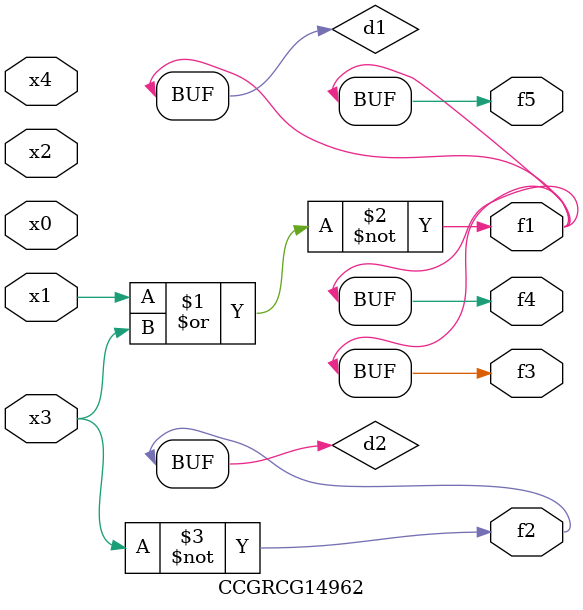
<source format=v>
module CCGRCG14962(
	input x0, x1, x2, x3, x4,
	output f1, f2, f3, f4, f5
);

	wire d1, d2;

	nor (d1, x1, x3);
	not (d2, x3);
	assign f1 = d1;
	assign f2 = d2;
	assign f3 = d1;
	assign f4 = d1;
	assign f5 = d1;
endmodule

</source>
